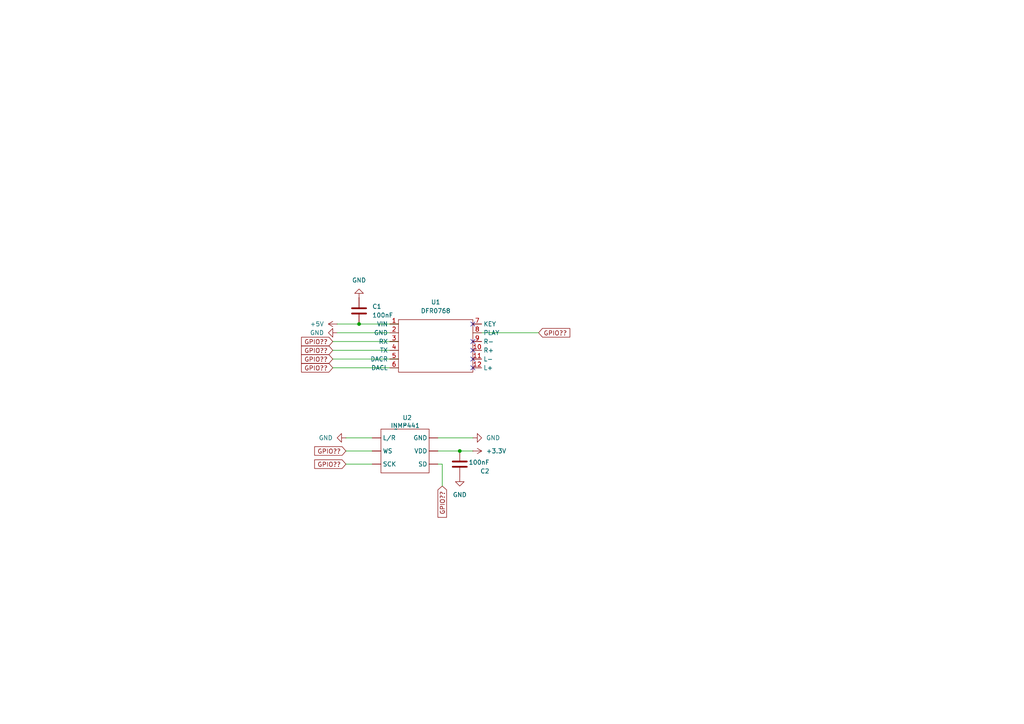
<source format=kicad_sch>
(kicad_sch (version 20231120) (generator "eeschema") (generator_version "8.0")
  (paper "A4")
  (lib_symbols
    (symbol "DFR0768:DFR0768"
      (property "Reference" "U" (at 0 0 0))
      (property "Value" "DFR0768" (at 12.7 0 0))
      (symbol "DFR0768_0_1"
        (rectangle (start -3.81 -1.27) (end 17.78 -16.51))
      )
      (symbol "DFR0768_1_1"
        (pin power_in line (at -3.81 -2.54 180) (length 2.54) (name "VIN") (number "1"))
        (pin output line (at 17.78 -10.16 0) (length 2.54) (name "R+") (number "10"))
        (pin output line (at 17.78 -12.7 0) (length 2.54) (name "L-") (number "11"))
        (pin output line (at 17.78 -15.24 0) (length 2.54) (name "L+") (number "12"))
        (pin power_in line (at -3.81 -5.08 180) (length 2.54) (name "GND") (number "2"))
        (pin bidirectional line (at -3.81 -7.62 180) (length 2.54) (name "RX") (number "3"))
        (pin bidirectional line (at -3.81 -10.16 180) (length 2.54) (name "TX") (number "4"))
        (pin bidirectional line (at -3.81 -12.7 180) (length 2.54) (name "DACR") (number "5"))
        (pin bidirectional line (at -3.81 -15.24 180) (length 2.54) (name "DACL") (number "6"))
        (pin bidirectional line (at 17.78 -2.54 0) (length 2.54) (name "KEY") (number "7"))
        (pin bidirectional line (at 17.78 -5.08 0) (length 2.54) (name "PLAY") (number "8"))
        (pin output line (at 17.78 -7.62 0) (length 2.54) (name "R-") (number "9"))
      )
    )
    (symbol "Device:C" (pin_numbers hide) (pin_names (offset 0.254))
      (property "Reference" "C" (at 0.635 2.54 0))
      (property "Value" "C" (at 0.635 -2.54 0))
      (symbol "C_0_1"
        (polyline (pts (xy -2.032 -0.762) (xy 2.032 -0.762)) (stroke (width 0.508)))
        (polyline (pts (xy -2.032 0.762) (xy 2.032 0.762)) (stroke (width 0.508)))
      )
      (symbol "C_1_1"
        (pin passive line (at 0 3.81 270) (length 2.794) (name "~") (number "1"))
        (pin passive line (at 0 -3.81 90) (length 2.794) (name "~") (number "2"))
      )
    )
    (symbol "INMP441:INMP441"
      (property "Reference" "U" (at 0 0 0))
      (symbol "INMP441_0_1"
        (rectangle (start -7.62 -3.81) (end 6.35 -16.51))
      )
      (symbol "INMP441_1_1"
        (pin input line (at 8.89 -6.35 180) (length 2.54) (name "GND") (number ""))
        (pin input line (at -10.16 -6.35 0) (length 2.54) (name "L/R") (number ""))
        (pin input line (at -10.16 -13.97 0) (length 2.54) (name "SCK") (number ""))
        (pin input line (at 8.89 -13.97 180) (length 2.54) (name "SD") (number ""))
        (pin input line (at 8.89 -10.16 180) (length 2.54) (name "VDD") (number ""))
        (pin input line (at -10.16 -10.16 0) (length 2.54) (name "WS") (number ""))
      )
    )
    (symbol "INMP441:INMP442"
      (property "Reference" "INMP441" (at 0 0 0))
    )
    (symbol "power:+3.3V" (power) (pin_numbers hide) (pin_names (offset 0) hide)
      (property "Value" "+3.3V" (at 0 3.556 0))
      (symbol "+3.3V_0_1"
        (polyline (pts (xy -0.762 1.27) (xy 0 2.54)))
        (polyline (pts (xy 0 0) (xy 0 2.54)))
        (polyline (pts (xy 0 2.54) (xy 0.762 1.27)))
      )
      (symbol "+3.3V_1_1"
        (pin power_in line (at 0 0 90) (length 0) (name "~") (number "1"))
      )
    )
    (symbol "power:+5V" (power) (pin_numbers hide) (pin_names (offset 0) hide)
      (property "Value" "+5V" (at 0 3.556 0))
      (symbol "+5V_0_1"
        (polyline (pts (xy -0.762 1.27) (xy 0 2.54)))
        (polyline (pts (xy 0 0) (xy 0 2.54)))
        (polyline (pts (xy 0 2.54) (xy 0.762 1.27)))
      )
      (symbol "+5V_1_1"
        (pin power_in line (at 0 0 90) (length 0) (name "~") (number "1"))
      )
    )
    (symbol "power:GND" (power) (pin_numbers hide) (pin_names (offset 0) hide)
      (property "Value" "GND" (at 0 -3.81 0))
      (symbol "GND_0_1"
        (polyline (pts (xy 0 0) (xy 0 -1.27) (xy 1.27 -1.27) (xy 0 -2.54) (xy -1.27 -1.27) (xy 0 -1.27)))
      )
      (symbol "GND_1_1"
        (pin power_in line (at 0 0 270) (length 0) (name "~") (number "1"))
      )
    )
  )
  (junction (at 133.35 130.81))
  (junction (at 104.14 93.98))
  (no_connect (at 137.16 101.6))
  (no_connect (at 137.16 106.68))
  (no_connect (at 137.16 99.06))
  (no_connect (at 137.16 93.98))
  (no_connect (at 137.16 104.14))
  (wire (pts (xy 96.52 106.68) (xy 115.57 106.68)))
  (wire (pts (xy 100.33 127) (xy 107.95 127)))
  (wire (pts (xy 96.52 99.06) (xy 115.57 99.06)))
  (wire (pts (xy 128.27 134.62) (xy 128.27 140.97)))
  (wire (pts (xy 127 134.62) (xy 128.27 134.62)))
  (wire (pts (xy 104.14 93.98) (xy 115.57 93.98)))
  (wire (pts (xy 133.35 130.81) (xy 137.16 130.81)))
  (wire (pts (xy 156.21 96.52) (xy 137.16 96.52)))
  (wire (pts (xy 97.79 93.98) (xy 104.14 93.98)))
  (wire (pts (xy 100.33 134.62) (xy 107.95 134.62)))
  (wire (pts (xy 97.79 96.52) (xy 115.57 96.52)))
  (wire (pts (xy 100.33 130.81) (xy 107.95 130.81)))
  (wire (pts (xy 127 130.81) (xy 133.35 130.81)))
  (wire (pts (xy 96.52 104.14) (xy 115.57 104.14)))
  (wire (pts (xy 96.52 101.6) (xy 115.57 101.6)))
  (wire (pts (xy 127 127) (xy 137.16 127)))
  (global_label "GPIO??" (shape input) (at 96.52 99.06 180) (property "Intersheetrefs" "${INTERSHEET_REFS}" (effects (hide yes))))
  (global_label "GPIO??" (shape input) (at 156.21 96.52 0) (property "Intersheetrefs" "${INTERSHEET_REFS}" (effects (hide yes))))
  (global_label "GPIO??" (shape input) (at 100.33 130.81 180) (property "Intersheetrefs" "${INTERSHEET_REFS}" (effects (hide yes))))
  (global_label "GPIO??" (shape input) (at 96.52 101.6 180) (property "Intersheetrefs" "${INTERSHEET_REFS}" (effects (hide yes))))
  (global_label "GPIO??" (shape input) (at 96.52 106.68 180) (property "Intersheetrefs" "${INTERSHEET_REFS}" (effects (hide yes))))
  (global_label "GPIO??" (shape input) (at 100.33 134.62 180) (property "Intersheetrefs" "${INTERSHEET_REFS}" (effects (hide yes))))
  (global_label "GPIO??" (shape input) (at 96.52 104.14 180) (property "Intersheetrefs" "${INTERSHEET_REFS}" (effects (hide yes))))
  (global_label "GPIO??" (shape input) (at 128.27 140.97 270) (property "Intersheetrefs" "${INTERSHEET_REFS}" (effects (hide yes))))
  (symbol (lib_id "INMP441:INMP442") (at 113.03 123.19 0) (unit 1)
    (property "Reference" "INMP441" (at 113.284 123.444 0) (effects (justify left)))
    (property "Value" "~" (at 114.3 124.46 0) (effects (justify left)))
  )
  (symbol (lib_id "Device:C") (at 104.14 90.17 0) (unit 1)
    (property "Reference" "C1" (at 107.95 88.8999 0) (effects (justify left)))
    (property "Value" "100nF" (at 107.95 91.4399 0) (effects (justify left)))
    (property "Description" "Unpolarized capacitor" (effects (hide yes)))
  )
  (symbol (lib_id "Device:C") (at 133.35 134.62 180) (unit 1)
    (property "Reference" "C2" (at 141.986 136.652 0) (effects (justify left)))
    (property "Value" "100nF" (at 141.986 134.112 0) (effects (justify left)))
    (property "Description" "Unpolarized capacitor" (effects (hide yes)))
  )
  (symbol (lib_id "power:GND") (at 104.14 86.36 180) (unit 1)
    (property "Reference" "#PWR02" (effects (hide yes)))
    (property "Value" "GND" (at 104.14 81.28 0))
    (property "Description" "Power symbol creates a global label with name \"GND\" , ground" (effects (hide yes)))
  )
  (symbol (lib_id "power:GND") (at 100.33 127 270) (unit 1)
    (property "Reference" "#PWR05" (effects (hide yes)))
    (property "Value" "GND" (at 96.52 126.9999 90) (effects (justify right)))
    (property "Description" "Power symbol creates a global label with name \"GND\" , ground" (effects (hide yes)))
  )
  (symbol (lib_id "power:+5V") (at 97.79 93.98 90) (unit 1)
    (property "Reference" "#PWR01" (effects (hide yes)))
    (property "Value" "+5V" (at 93.98 93.9799 90) (effects (justify left)))
    (property "Description" "Power symbol creates a global label with name \"+5V\"" (effects (hide yes)))
  )
  (symbol (lib_id "power:GND") (at 133.35 138.43 0) (unit 1)
    (property "Reference" "#PWR07" (effects (hide yes)))
    (property "Value" "GND" (at 133.35 143.51 0))
    (property "Description" "Power symbol creates a global label with name \"GND\" , ground" (effects (hide yes)))
  )
  (symbol (lib_id "DFR0768:DFR0768") (at 119.38 91.44 0) (unit 1)
    (property "Reference" "U1" (at 126.365 87.63 0))
    (property "Value" "DFR0768" (at 126.365 90.17 0))
  )
  (symbol (lib_id "power:+3.3V") (at 137.16 130.81 270) (unit 1)
    (property "Reference" "#PWR06" (effects (hide yes)))
    (property "Value" "+3.3V" (at 140.97 130.8099 90) (effects (justify left)))
    (property "Description" "Power symbol creates a global label with name \"+3.3V\"" (effects (hide yes)))
  )
  (symbol (lib_id "power:GND") (at 97.79 96.52 270) (unit 1)
    (property "Reference" "#PWR03" (effects (hide yes)))
    (property "Value" "GND" (at 93.98 96.5199 90) (effects (justify right)))
    (property "Description" "Power symbol creates a global label with name \"GND\" , ground" (effects (hide yes)))
  )
  (symbol (lib_id "INMP441:INMP441") (at 118.11 120.65 0) (unit 1)
    (property "Reference" "U2" (at 118.11 121.158 0))
    (property "Value" "~" (at 117.475 123.19 0))
  )
  (symbol (lib_id "power:GND") (at 137.16 127 90) (unit 1)
    (property "Reference" "#PWR04" (effects (hide yes)))
    (property "Value" "GND" (at 140.97 126.9999 90) (effects (justify right)))
    (property "Description" "Power symbol creates a global label with name \"GND\" , ground" (effects (hide yes)))
  )
)
</source>
